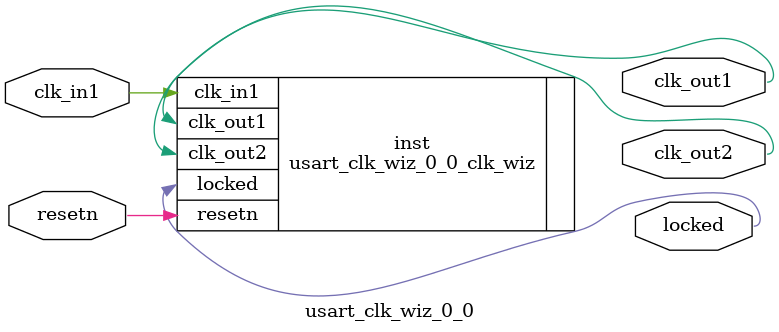
<source format=v>


`timescale 1ps/1ps

(* CORE_GENERATION_INFO = "usart_clk_wiz_0_0,clk_wiz_v5_4_0_0,{component_name=usart_clk_wiz_0_0,use_phase_alignment=true,use_min_o_jitter=false,use_max_i_jitter=false,use_dyn_phase_shift=false,use_inclk_switchover=false,use_dyn_reconfig=false,enable_axi=0,feedback_source=FDBK_AUTO,PRIMITIVE=MMCM,num_out_clk=2,clkin1_period=10.000,clkin2_period=10.000,use_power_down=false,use_reset=true,use_locked=true,use_inclk_stopped=false,feedback_type=SINGLE,CLOCK_MGR_TYPE=NA,manual_override=false}" *)

module usart_clk_wiz_0_0 
 (
  // Clock out ports
  output        clk_out1,
  output        clk_out2,
  // Status and control signals
  input         resetn,
  output        locked,
 // Clock in ports
  input         clk_in1
 );

  usart_clk_wiz_0_0_clk_wiz inst
  (
  // Clock out ports  
  .clk_out1(clk_out1),
  .clk_out2(clk_out2),
  // Status and control signals               
  .resetn(resetn), 
  .locked(locked),
 // Clock in ports
  .clk_in1(clk_in1)
  );

endmodule

</source>
